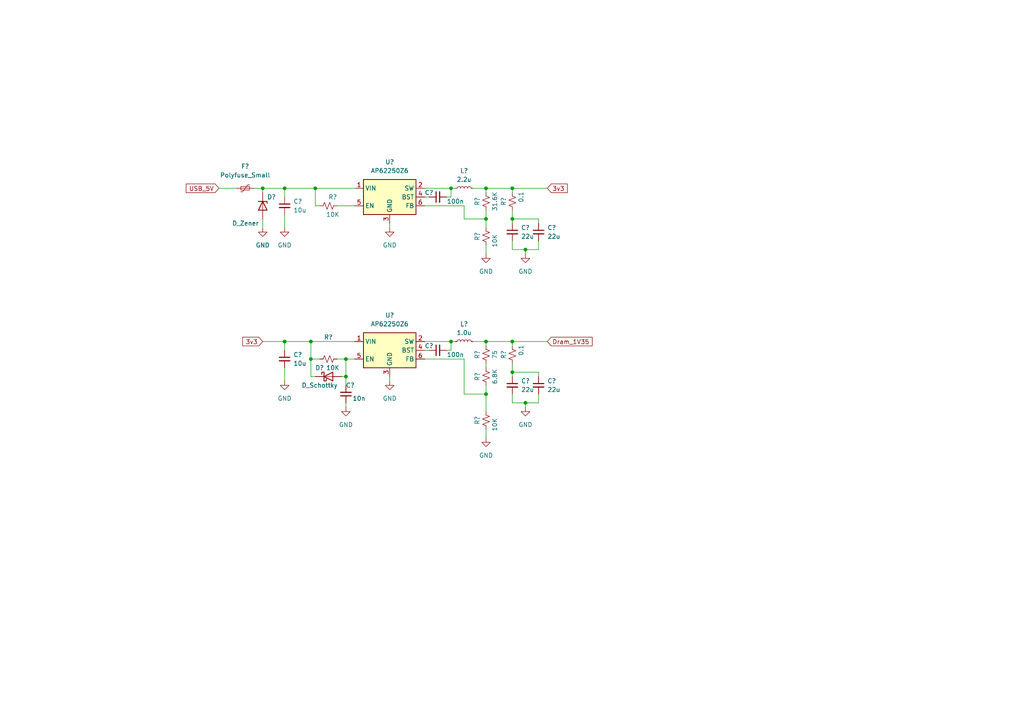
<source format=kicad_sch>
(kicad_sch (version 20211123) (generator eeschema)
  (paper "A4")
  (lib_symbols
    (symbol "Device:C_Small" (pin_numbers hide) (pin_names (offset 0.254) hide)
      (property "Reference" "C" (at 0.254 1.778 0))
      (property "Value" "C_Small" (at 0.254 -2.032 0))
      (symbol "C_Small_0_1"
        (polyline (pts (xy -1.524 -0.508) (xy 1.524 -0.508)) (stroke (width 0.3302)))
        (polyline (pts (xy -1.524 0.508) (xy 1.524 0.508)) (stroke (width 0.3048)))
      )
      (symbol "C_Small_1_1"
        (pin passive line (at 0 2.54 270) (length 2.032) (name "~") (number "1"))
        (pin passive line (at 0 -2.54 90) (length 2.032) (name "~") (number "2"))
      )
    )
    (symbol "Device:D_Schottky" (pin_numbers hide) (pin_names (offset 1.016) hide)
      (property "Reference" "D" (at 0 2.54 0))
      (property "Value" "D_Schottky" (at 0 -2.54 0))
      (symbol "D_Schottky_0_1"
        (polyline (pts (xy 1.27 0) (xy -1.27 0)))
        (polyline (pts (xy 1.27 1.27) (xy 1.27 -1.27) (xy -1.27 0) (xy 1.27 1.27)) (stroke (width 0.254)))
        (polyline (pts (xy -1.905 0.635) (xy -1.905 1.27) (xy -1.27 1.27) (xy -1.27 -1.27) (xy -0.635 -1.27) (xy -0.635 -0.635)) (stroke (width 0.254)))
      )
      (symbol "D_Schottky_1_1"
        (pin passive line (at -3.81 0 0) (length 2.54) (name "K") (number "1"))
        (pin passive line (at 3.81 0 180) (length 2.54) (name "A") (number "2"))
      )
    )
    (symbol "Device:D_Zener" (pin_numbers hide) (pin_names (offset 1.016) hide)
      (property "Reference" "D" (at 0 2.54 0))
      (property "Value" "D_Zener" (at 0 -2.54 0))
      (symbol "D_Zener_0_1"
        (polyline (pts (xy 1.27 0) (xy -1.27 0)))
        (polyline (pts (xy -1.27 -1.27) (xy -1.27 1.27) (xy -0.762 1.27)) (stroke (width 0.254)))
        (polyline (pts (xy 1.27 -1.27) (xy 1.27 1.27) (xy -1.27 0) (xy 1.27 -1.27)) (stroke (width 0.254)))
      )
      (symbol "D_Zener_1_1"
        (pin passive line (at -3.81 0 0) (length 2.54) (name "K") (number "1"))
        (pin passive line (at 3.81 0 180) (length 2.54) (name "A") (number "2"))
      )
    )
    (symbol "Device:L_Small" (pin_numbers hide) (pin_names (offset 0.254) hide)
      (property "Reference" "L" (at 0.762 1.016 0))
      (property "Value" "L_Small" (at 0.762 -1.016 0))
      (symbol "L_Small_0_1"
        (arc (start 0 -2.032) (mid 0.508 -1.524) (end 0 -1.016))
        (arc (start 0 -1.016) (mid 0.508 -0.508) (end 0 0))
        (arc (start 0 0) (mid 0.508 0.508) (end 0 1.016))
        (arc (start 0 1.016) (mid 0.508 1.524) (end 0 2.032))
      )
      (symbol "L_Small_1_1"
        (pin passive line (at 0 2.54 270) (length 0.508) (name "~") (number "1"))
        (pin passive line (at 0 -2.54 90) (length 0.508) (name "~") (number "2"))
      )
    )
    (symbol "Device:Polyfuse_Small" (pin_numbers hide) (pin_names (offset 0))
      (property "Reference" "F" (at -1.905 0 90))
      (property "Value" "Polyfuse_Small" (at 1.905 0 90))
      (symbol "Polyfuse_Small_0_1"
        (rectangle (start -0.508 1.27) (end 0.508 -1.27))
        (polyline (pts (xy 0 2.54) (xy 0 -2.54)))
        (polyline (pts (xy -1.016 1.27) (xy -1.016 0.762) (xy 1.016 -0.762) (xy 1.016 -1.27)))
      )
      (symbol "Polyfuse_Small_1_1"
        (pin passive line (at 0 2.54 270) (length 0.635) (name "~") (number "1"))
        (pin passive line (at 0 -2.54 90) (length 0.635) (name "~") (number "2"))
      )
    )
    (symbol "Device:R_Small_US" (pin_numbers hide) (pin_names (offset 0.254) hide)
      (property "Reference" "R" (at 0.762 0.508 0))
      (property "Value" "R_Small_US" (at 0.762 -1.016 0))
      (symbol "R_Small_US_1_1"
        (polyline (pts (xy 0 0) (xy 1.016 -0.381) (xy 0 -0.762) (xy -1.016 -1.143) (xy 0 -1.524)))
        (polyline (pts (xy 0 1.524) (xy 1.016 1.143) (xy 0 0.762) (xy -1.016 0.381) (xy 0 0)))
        (pin passive line (at 0 2.54 270) (length 1.016) (name "~") (number "1"))
        (pin passive line (at 0 -2.54 90) (length 1.016) (name "~") (number "2"))
      )
    )
    (symbol "Regulator_Switching:AP62250Z6"
      (property "Reference" "U" (at -7.62 6.35 0))
      (property "Value" "AP62250Z6" (at 6.35 -6.35 0))
      (symbol "AP62250Z6_0_1"
        (rectangle (start -7.62 5.08) (end 7.62 -5.08) (stroke (width 0.254)) (fill (type background)))
      )
      (symbol "AP62250Z6_1_1"
        (pin power_in line (at -10.16 2.54 0) (length 2.54) (name "VIN") (number "1"))
        (pin output line (at 10.16 2.54 180) (length 2.54) (name "SW") (number "2"))
        (pin power_in line (at 0 -7.62 90) (length 2.54) (name "GND") (number "3"))
        (pin passive line (at 10.16 0 180) (length 2.54) (name "BST") (number "4"))
        (pin input line (at -10.16 -2.54 0) (length 2.54) (name "EN") (number "5"))
        (pin input line (at 10.16 -2.54 180) (length 2.54) (name "FB") (number "6"))
      )
    )
    (symbol "power:GND" (power) (pin_names (offset 0))
      (property "Value" "GND" (at 0 -3.81 0))
      (symbol "GND_0_1"
        (polyline (pts (xy 0 0) (xy 0 -1.27) (xy 1.27 -1.27) (xy 0 -2.54) (xy -1.27 -1.27) (xy 0 -1.27)))
      )
      (symbol "GND_1_1"
        (pin power_in line (at 0 0 270) (length 0) hide (name "GND") (number "1"))
      )
    )
  )
  (junction (at 148.59 63.5))
  (junction (at 90.17 104.14))
  (junction (at 90.17 99.06))
  (junction (at 152.4 72.39))
  (junction (at 140.97 114.3))
  (junction (at 82.55 99.06))
  (junction (at 130.81 54.61))
  (junction (at 148.59 54.61))
  (junction (at 152.4 116.84))
  (junction (at 140.97 99.06))
  (junction (at 140.97 63.5))
  (junction (at 76.2 54.61))
  (junction (at 91.44 54.61))
  (junction (at 130.81 99.06))
  (junction (at 148.59 99.06))
  (junction (at 148.59 107.95))
  (junction (at 140.97 54.61))
  (junction (at 100.33 109.22))
  (junction (at 100.33 104.14))
  (junction (at 82.55 54.61))
  (wire (pts (xy 90.17 109.22) (xy 91.44 109.22)))
  (wire (pts (xy 130.81 99.06) (xy 132.08 99.06)))
  (wire (pts (xy 134.62 104.14) (xy 134.62 114.3)))
  (wire (pts (xy 113.03 109.22) (xy 113.03 110.49)))
  (wire (pts (xy 123.19 54.61) (xy 130.81 54.61)))
  (wire (pts (xy 148.59 114.3) (xy 148.59 116.84)))
  (wire (pts (xy 100.33 116.84) (xy 100.33 118.11)))
  (wire (pts (xy 100.33 104.14) (xy 100.33 109.22)))
  (wire (pts (xy 148.59 69.85) (xy 148.59 72.39)))
  (wire (pts (xy 82.55 99.06) (xy 90.17 99.06)))
  (wire (pts (xy 82.55 54.61) (xy 91.44 54.61)))
  (wire (pts (xy 148.59 63.5) (xy 148.59 60.96)))
  (wire (pts (xy 156.21 107.95) (xy 156.21 109.22)))
  (wire (pts (xy 140.97 63.5) (xy 140.97 66.04)))
  (wire (pts (xy 140.97 54.61) (xy 140.97 55.88)))
  (wire (pts (xy 148.59 107.95) (xy 156.21 107.95)))
  (wire (pts (xy 90.17 104.14) (xy 92.71 104.14)))
  (wire (pts (xy 73.66 54.61) (xy 76.2 54.61)))
  (wire (pts (xy 152.4 116.84) (xy 156.21 116.84)))
  (wire (pts (xy 140.97 54.61) (xy 148.59 54.61)))
  (wire (pts (xy 100.33 104.14) (xy 102.87 104.14)))
  (wire (pts (xy 156.21 63.5) (xy 156.21 64.77)))
  (wire (pts (xy 148.59 107.95) (xy 148.59 109.22)))
  (wire (pts (xy 148.59 116.84) (xy 152.4 116.84)))
  (wire (pts (xy 113.03 64.77) (xy 113.03 66.04)))
  (wire (pts (xy 82.55 54.61) (xy 82.55 57.15)))
  (wire (pts (xy 148.59 99.06) (xy 148.59 100.33)))
  (wire (pts (xy 148.59 72.39) (xy 152.4 72.39)))
  (wire (pts (xy 152.4 72.39) (xy 156.21 72.39)))
  (wire (pts (xy 148.59 107.95) (xy 148.59 105.41)))
  (wire (pts (xy 140.97 71.12) (xy 140.97 73.66)))
  (wire (pts (xy 90.17 99.06) (xy 102.87 99.06)))
  (wire (pts (xy 82.55 106.68) (xy 82.55 110.49)))
  (wire (pts (xy 82.55 99.06) (xy 82.55 101.6)))
  (wire (pts (xy 140.97 60.96) (xy 140.97 63.5)))
  (wire (pts (xy 129.54 101.6) (xy 130.81 101.6)))
  (wire (pts (xy 148.59 63.5) (xy 148.59 64.77)))
  (wire (pts (xy 91.44 54.61) (xy 91.44 59.69)))
  (wire (pts (xy 130.81 99.06) (xy 130.81 101.6)))
  (wire (pts (xy 123.19 104.14) (xy 134.62 104.14)))
  (wire (pts (xy 123.19 99.06) (xy 130.81 99.06)))
  (wire (pts (xy 140.97 114.3) (xy 140.97 119.38)))
  (wire (pts (xy 152.4 73.66) (xy 152.4 72.39)))
  (wire (pts (xy 140.97 105.41) (xy 140.97 106.68)))
  (wire (pts (xy 130.81 54.61) (xy 132.08 54.61)))
  (wire (pts (xy 130.81 54.61) (xy 130.81 57.15)))
  (wire (pts (xy 123.19 59.69) (xy 134.62 59.69)))
  (wire (pts (xy 152.4 118.11) (xy 152.4 116.84)))
  (wire (pts (xy 100.33 109.22) (xy 100.33 111.76)))
  (wire (pts (xy 123.19 57.15) (xy 124.46 57.15)))
  (wire (pts (xy 99.06 109.22) (xy 100.33 109.22)))
  (wire (pts (xy 123.19 101.6) (xy 124.46 101.6)))
  (wire (pts (xy 76.2 63.5) (xy 76.2 66.04)))
  (wire (pts (xy 156.21 69.85) (xy 156.21 72.39)))
  (wire (pts (xy 140.97 99.06) (xy 148.59 99.06)))
  (wire (pts (xy 148.59 54.61) (xy 158.75 54.61)))
  (wire (pts (xy 148.59 99.06) (xy 158.75 99.06)))
  (wire (pts (xy 129.54 57.15) (xy 130.81 57.15)))
  (wire (pts (xy 134.62 114.3) (xy 140.97 114.3)))
  (wire (pts (xy 76.2 54.61) (xy 76.2 55.88)))
  (wire (pts (xy 140.97 124.46) (xy 140.97 127)))
  (wire (pts (xy 76.2 54.61) (xy 82.55 54.61)))
  (wire (pts (xy 148.59 54.61) (xy 148.59 55.88)))
  (wire (pts (xy 76.2 99.06) (xy 82.55 99.06)))
  (wire (pts (xy 137.16 54.61) (xy 140.97 54.61)))
  (wire (pts (xy 90.17 99.06) (xy 90.17 104.14)))
  (wire (pts (xy 63.5 54.61) (xy 68.58 54.61)))
  (wire (pts (xy 134.62 63.5) (xy 140.97 63.5)))
  (wire (pts (xy 91.44 54.61) (xy 102.87 54.61)))
  (wire (pts (xy 92.71 59.69) (xy 91.44 59.69)))
  (wire (pts (xy 97.79 104.14) (xy 100.33 104.14)))
  (wire (pts (xy 97.79 59.69) (xy 102.87 59.69)))
  (wire (pts (xy 137.16 99.06) (xy 140.97 99.06)))
  (wire (pts (xy 148.59 63.5) (xy 156.21 63.5)))
  (wire (pts (xy 90.17 104.14) (xy 90.17 109.22)))
  (wire (pts (xy 134.62 59.69) (xy 134.62 63.5)))
  (wire (pts (xy 140.97 99.06) (xy 140.97 100.33)))
  (wire (pts (xy 140.97 111.76) (xy 140.97 114.3)))
  (wire (pts (xy 82.55 62.23) (xy 82.55 66.04)))
  (wire (pts (xy 156.21 114.3) (xy 156.21 116.84)))
  (global_label "Dram_1V35" (shape input) (at 158.75 99.06 0) (property "Intersheet References" "${INTERSHEET_REFS}" (effects hide)))
  (global_label "3v3" (shape input) (at 158.75 54.61 0) (property "Intersheet References" "${INTERSHEET_REFS}" (effects hide)))
  (global_label "USB_5V" (shape input) (at 63.5 54.61 180) (property "Intersheet References" "${INTERSHEET_REFS}" (effects hide)))
  (global_label "3v3" (shape input) (at 76.2 99.06 180) (property "Intersheet References" "${INTERSHEET_REFS}" (effects hide)))
  (symbol (lib_id "Device:D_Zener") (at 76.2 59.69 270) (unit 1)
    (property "Reference" "D?" (at 77.47 57.15 90) (effects (justify left)))
    (property "Value" "D_Zener" (at 67.31 64.77 90) (effects (justify left)))
  )
  (symbol (lib_id "power:GND") (at 152.4 73.66 0) (unit 1)
    (property "Reference" "#PWR?" (effects hide))
    (property "Value" "GND" (at 152.4 78.74 0))
  )
  (symbol (lib_id "Device:L_Small") (at 134.62 99.06 90) (unit 1)
    (property "Reference" "L?" (at 134.62 93.98 90))
    (property "Value" "1.0u" (at 134.62 96.52 90))
  )
  (symbol (lib_id "power:GND") (at 140.97 73.66 0) (unit 1)
    (property "Reference" "#PWR?" (effects hide))
    (property "Value" "GND" (at 140.97 78.74 0))
  )
  (symbol (lib_id "Regulator_Switching:AP62250Z6") (at 113.03 57.15 0) (unit 1)
    (property "Reference" "U?" (at 113.03 46.99 0))
    (property "Value" "AP62250Z6" (at 113.03 49.53 0))
    (property "Footprint" "Package_TO_SOT_SMD:SOT-563" (effects hide))
    (property "Datasheet" "https://www.diodes.com/assets/Datasheets/AP62250.pdf" (effects hide))
  )
  (symbol (lib_id "Device:R_Small_US") (at 140.97 102.87 180) (unit 1)
    (property "Reference" "R?" (at 138.43 102.87 90))
    (property "Value" "75" (at 143.51 102.87 90))
  )
  (symbol (lib_id "Device:C_Small") (at 127 101.6 90) (unit 1)
    (property "Reference" "C?" (at 124.46 100.33 90))
    (property "Value" "100n" (at 132.08 102.87 90))
  )
  (symbol (lib_id "Device:R_Small_US") (at 140.97 68.58 180) (unit 1)
    (property "Reference" "R?" (at 138.43 68.58 90))
    (property "Value" "10K" (at 143.51 69.85 90))
  )
  (symbol (lib_id "power:GND") (at 140.97 127 0) (unit 1)
    (property "Reference" "#PWR?" (effects hide))
    (property "Value" "GND" (at 140.97 132.08 0))
  )
  (symbol (lib_id "power:GND") (at 113.03 110.49 0) (unit 1)
    (property "Reference" "#PWR?" (effects hide))
    (property "Value" "GND" (at 113.03 115.57 0))
  )
  (symbol (lib_id "Device:R_Small_US") (at 148.59 102.87 180) (unit 1)
    (property "Reference" "R?" (at 146.05 102.87 90))
    (property "Value" "0.1" (at 151.13 101.6 90))
  )
  (symbol (lib_id "power:GND") (at 76.2 66.04 0) (unit 1)
    (property "Reference" "#PWR?" (effects hide))
    (property "Value" "GND" (at 76.2 71.12 0))
  )
  (symbol (lib_id "Device:C_Small") (at 156.21 111.76 0) (unit 1)
    (property "Reference" "C?" (at 158.75 110.4962 0) (effects (justify left)))
    (property "Value" "22u" (at 158.75 113.0362 0) (effects (justify left)))
  )
  (symbol (lib_id "Device:C_Small") (at 156.21 67.31 0) (unit 1)
    (property "Reference" "C?" (at 158.75 66.0462 0) (effects (justify left)))
    (property "Value" "22u" (at 158.75 68.5862 0) (effects (justify left)))
  )
  (symbol (lib_id "Device:R_Small_US") (at 140.97 58.42 180) (unit 1)
    (property "Reference" "R?" (at 138.43 58.42 90))
    (property "Value" "31.6K" (at 143.51 58.42 90))
  )
  (symbol (lib_id "Device:Polyfuse_Small") (at 71.12 54.61 90) (unit 1)
    (property "Reference" "F?" (at 71.12 48.26 90))
    (property "Value" "Polyfuse_Small" (at 71.12 50.8 90))
  )
  (symbol (lib_id "Device:C_Small") (at 148.59 111.76 0) (unit 1)
    (property "Reference" "C?" (at 151.13 110.4962 0) (effects (justify left)))
    (property "Value" "22u" (at 151.13 113.0362 0) (effects (justify left)))
  )
  (symbol (lib_id "power:GND") (at 100.33 118.11 0) (unit 1)
    (property "Reference" "#PWR?" (effects hide))
    (property "Value" "GND" (at 100.33 123.19 0))
  )
  (symbol (lib_id "Device:R_Small_US") (at 95.25 59.69 90) (unit 1)
    (property "Reference" "R?" (at 96.52 57.15 90))
    (property "Value" "10K" (at 96.52 62.23 90))
  )
  (symbol (lib_id "Device:R_Small_US") (at 148.59 58.42 180) (unit 1)
    (property "Reference" "R?" (at 146.05 58.42 90))
    (property "Value" "0.1" (at 151.13 57.15 90))
  )
  (symbol (lib_id "Device:R_Small_US") (at 140.97 109.22 180) (unit 1)
    (property "Reference" "R?" (at 138.43 109.22 90))
    (property "Value" "6.8K" (at 143.51 109.22 90))
  )
  (symbol (lib_id "power:GND") (at 82.55 66.04 0) (unit 1)
    (property "Reference" "#PWR?" (effects hide))
    (property "Value" "GND" (at 82.55 71.12 0))
  )
  (symbol (lib_id "power:GND") (at 82.55 110.49 0) (unit 1)
    (property "Reference" "#PWR?" (effects hide))
    (property "Value" "GND" (at 82.55 115.57 0))
  )
  (symbol (lib_id "Device:L_Small") (at 134.62 54.61 90) (unit 1)
    (property "Reference" "L?" (at 134.62 49.53 90))
    (property "Value" "2.2u" (at 134.62 52.07 90))
  )
  (symbol (lib_id "Device:C_Small") (at 82.55 104.14 0) (unit 1)
    (property "Reference" "C?" (at 85.09 102.8762 0) (effects (justify left)))
    (property "Value" "10u" (at 85.09 105.4162 0) (effects (justify left)))
  )
  (symbol (lib_id "Device:C_Small") (at 82.55 59.69 0) (unit 1)
    (property "Reference" "C?" (at 85.09 58.4262 0) (effects (justify left)))
    (property "Value" "10u" (at 85.09 60.9662 0) (effects (justify left)))
  )
  (symbol (lib_id "Device:C_Small") (at 100.33 114.3 180) (unit 1)
    (property "Reference" "C?" (at 101.6 111.76 0))
    (property "Value" "10n" (at 104.14 115.57 0))
  )
  (symbol (lib_id "Regulator_Switching:AP62250Z6") (at 113.03 101.6 0) (unit 1)
    (property "Reference" "U?" (at 113.03 91.44 0))
    (property "Value" "AP62250Z6" (at 113.03 93.98 0))
    (property "Footprint" "Package_TO_SOT_SMD:SOT-563" (effects hide))
    (property "Datasheet" "https://www.diodes.com/assets/Datasheets/AP62250.pdf" (effects hide))
  )
  (symbol (lib_id "Device:C_Small") (at 127 57.15 90) (unit 1)
    (property "Reference" "C?" (at 124.46 55.88 90))
    (property "Value" "100n" (at 132.08 58.42 90))
  )
  (symbol (lib_id "power:GND") (at 113.03 66.04 0) (unit 1)
    (property "Reference" "#PWR?" (effects hide))
    (property "Value" "GND" (at 113.03 71.12 0))
  )
  (symbol (lib_id "Device:D_Schottky") (at 95.25 109.22 0) (unit 1)
    (property "Reference" "D?" (at 92.71 106.68 0))
    (property "Value" "D_Schottky" (at 92.71 111.76 0))
  )
  (symbol (lib_id "Device:R_Small_US") (at 95.25 104.14 90) (unit 1)
    (property "Reference" "R?" (at 95.25 97.79 90))
    (property "Value" "10K" (at 96.52 106.68 90))
  )
  (symbol (lib_id "power:GND") (at 152.4 118.11 0) (unit 1)
    (property "Reference" "#PWR?" (effects hide))
    (property "Value" "GND" (at 152.4 123.19 0))
  )
  (symbol (lib_id "Device:C_Small") (at 148.59 67.31 0) (unit 1)
    (property "Reference" "C?" (at 151.13 66.0462 0) (effects (justify left)))
    (property "Value" "22u" (at 151.13 68.5862 0) (effects (justify left)))
  )
  (symbol (lib_id "Device:R_Small_US") (at 140.97 121.92 180) (unit 1)
    (property "Reference" "R?" (at 138.43 121.92 90))
    (property "Value" "10K" (at 143.51 123.19 90))
  )
)
</source>
